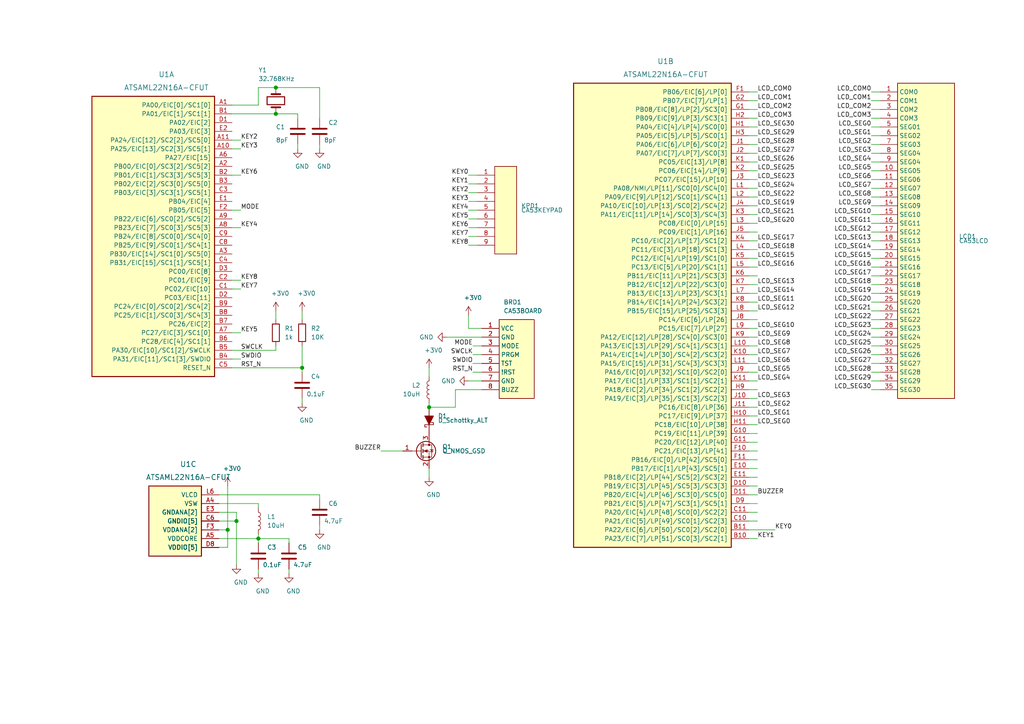
<source format=kicad_sch>
(kicad_sch (version 20201015) (generator eeschema)
  (paper "A4")
  (title_block (title "arm-watch") (date "2020-12-06") (rev "r1.0") (company "GsD - @gregdavill") (comment 1 "Based off: goodwatch"))
  (lib_symbols
    (symbol "Device:C" (pin_numbers hide) (pin_names (offset 0.254))
      (property "Reference" "C" (at 0.635 2.54 0))
      (property "Value" "C" (at 0.635 -2.54 0))
      (symbol "C_0_1"
        (polyline (pts (xy -2.032 -0.762) (xy 2.032 -0.762)) (stroke (width 0.508)))
        (polyline (pts (xy -2.032 0.762) (xy 2.032 0.762)) (stroke (width 0.508)))
      )
      (symbol "C_1_1"
        (pin passive line (at 0 3.81 270) (length 2.794) (name "~") (number "1"))
        (pin passive line (at 0 -3.81 90) (length 2.794) (name "~") (number "2"))
      )
    )
    (symbol "Device:Crystal" (pin_numbers hide) (pin_names (offset 1.016) hide)
      (property "Reference" "Y" (at 0 3.81 0))
      (property "Value" "Crystal" (at 0 -3.81 0))
      (symbol "Crystal_0_1"
        (rectangle (start -1.143 2.54) (end 1.143 -2.54) (stroke (width 0.3048)))
        (polyline (pts (xy -2.54 0) (xy -1.905 0)))
        (polyline (pts (xy -1.905 -1.27) (xy -1.905 1.27)) (stroke (width 0.508)))
        (polyline (pts (xy 1.905 -1.27) (xy 1.905 1.27)) (stroke (width 0.508)))
        (polyline (pts (xy 2.54 0) (xy 1.905 0)))
      )
      (symbol "Crystal_1_1"
        (pin passive line (at -3.81 0 0) (length 1.27) (name "1") (number "1"))
        (pin passive line (at 3.81 0 180) (length 1.27) (name "2") (number "2"))
      )
    )
    (symbol "Device:D_Schottky_ALT" (pin_numbers hide) (pin_names (offset 1.016) hide)
      (property "Reference" "D" (at 0 2.54 0))
      (property "Value" "D_Schottky_ALT" (at 0 -2.54 0))
      (symbol "D_Schottky_ALT_0_1"
        (polyline (pts (xy 1.27 0) (xy -1.27 0)))
        (polyline (pts (xy 1.27 1.27) (xy 1.27 -1.27) (xy -1.27 0) (xy 1.27 1.27)) (stroke (width 0.2032)) (fill (type outline)))
        (polyline (pts (xy -1.905 0.635) (xy -1.905 1.27) (xy -1.27 1.27) (xy -1.27 -1.27) (xy -0.635 -1.27) (xy -0.635 -0.635)) (stroke (width 0.2032)))
      )
      (symbol "D_Schottky_ALT_1_1"
        (pin passive line (at -3.81 0 0) (length 2.54) (name "K") (number "1"))
        (pin passive line (at 3.81 0 180) (length 2.54) (name "A") (number "2"))
      )
    )
    (symbol "Device:L" (pin_numbers hide) (pin_names (offset 1.016) hide)
      (property "Reference" "L" (at -1.27 0 90))
      (property "Value" "L" (at 1.905 0 90))
      (symbol "L_0_1"
        (arc (start 0 -2.54) (end 0 -1.27) (radius (at 0 -1.905) (length 0.635) (angles -89.9 89.9)))
        (arc (start 0 -1.27) (end 0 0) (radius (at 0 -0.635) (length 0.635) (angles -89.9 89.9)))
        (arc (start 0 0) (end 0 1.27) (radius (at 0 0.635) (length 0.635) (angles -89.9 89.9)))
        (arc (start 0 1.27) (end 0 2.54) (radius (at 0 1.905) (length 0.635) (angles -89.9 89.9)))
      )
      (symbol "L_1_1"
        (pin passive line (at 0 3.81 270) (length 1.27) (name "1") (number "1"))
        (pin passive line (at 0 -3.81 90) (length 1.27) (name "2") (number "2"))
      )
    )
    (symbol "Device:Q_NMOS_GSD" (pin_names (offset 0) hide)
      (property "Reference" "Q" (at 5.08 1.27 0))
      (property "Value" "Q_NMOS_GSD" (at 5.08 -1.27 0))
      (symbol "Q_NMOS_GSD_0_1"
        (circle (center 1.651 0) (radius 2.794) (stroke (width 0.254)))
        (circle (center 2.54 -1.778) (radius 0.254) (fill (type outline)))
        (circle (center 2.54 1.778) (radius 0.254) (fill (type outline)))
        (polyline (pts (xy 0.254 0) (xy -2.54 0)))
        (polyline (pts (xy 0.254 1.905) (xy 0.254 -1.905)) (stroke (width 0.254)))
        (polyline (pts (xy 0.762 -1.27) (xy 0.762 -2.286)) (stroke (width 0.254)))
        (polyline (pts (xy 0.762 0.508) (xy 0.762 -0.508)) (stroke (width 0.254)))
        (polyline (pts (xy 0.762 2.286) (xy 0.762 1.27)) (stroke (width 0.254)))
        (polyline (pts (xy 2.54 2.54) (xy 2.54 1.778)))
        (polyline (pts (xy 2.54 -2.54) (xy 2.54 0) (xy 0.762 0)))
        (polyline (pts (xy 0.762 -1.778) (xy 3.302 -1.778) (xy 3.302 1.778) (xy 0.762 1.778)))
        (polyline (pts (xy 1.016 0) (xy 2.032 0.381) (xy 2.032 -0.381) (xy 1.016 0)) (fill (type outline)))
        (polyline (pts (xy 2.794 0.508) (xy 2.921 0.381) (xy 3.683 0.381) (xy 3.81 0.254)))
        (polyline (pts (xy 3.302 0.381) (xy 2.921 -0.254) (xy 3.683 -0.254) (xy 3.302 0.381)))
      )
      (symbol "Q_NMOS_GSD_1_1"
        (pin input line (at -5.08 0 0) (length 2.54) (name "G") (number "1"))
        (pin passive line (at 2.54 -5.08 90) (length 2.54) (name "S") (number "2"))
        (pin passive line (at 2.54 5.08 270) (length 2.54) (name "D") (number "3"))
      )
    )
    (symbol "Device:R" (pin_numbers hide) (pin_names (offset 0))
      (property "Reference" "R" (at 2.032 0 90))
      (property "Value" "R" (at 0 0 90))
      (symbol "R_0_1"
        (rectangle (start -1.016 -2.54) (end 1.016 2.54) (stroke (width 0.254)))
      )
      (symbol "R_1_1"
        (pin passive line (at 0 3.81 270) (length 1.27) (name "~") (number "1"))
        (pin passive line (at 0 -3.81 90) (length 1.27) (name "~") (number "2"))
      )
    )
    (symbol "gsd-kicad:ATSAML22N16A-CFUT" (pin_names (offset 1.016))
      (property "Reference" "U" (at 5.08 6.35 0))
      (property "Value" "ATSAML22N16A-CFUT" (at 5.08 3.81 0))
      (symbol "ATSAML22N16A-CFUT_1_1"
        (rectangle (start 5.08 2.54) (end 40.64 -78.74) (stroke (width 0.3048)) (fill (type background)))
        (pin bidirectional line (at 0 0 0) (length 5.08) (name "PA00/EIC[0]/SC1[0]") (number "A1"))
        (pin bidirectional line (at 0 -2.54 0) (length 5.08) (name "PA01/EIC[1]/SC1[1]") (number "B1"))
        (pin bidirectional line (at 0 -5.08 0) (length 5.08) (name "PA02/EIC[2]") (number "D1"))
        (pin bidirectional line (at 0 -7.62 0) (length 5.08) (name "PA03/EIC[3]") (number "E2"))
        (pin bidirectional line (at 0 -10.16 0) (length 5.08) (name "PA24/EIC[12]/SC2[2]/SC5[0]") (number "A11"))
        (pin bidirectional line (at 0 -12.7 0) (length 5.08) (name "PA25/EIC[13]/SC2[3]/SC5[1]") (number "A10"))
        (pin bidirectional line (at 0 -15.24 0) (length 5.08) (name "PA27/EIC[15]") (number "A6"))
        (pin bidirectional line (at 0 -17.78 0) (length 5.08) (name "PB00/EIC[0]/SC3[2]/SC5[2]") (number "A2"))
        (pin bidirectional line (at 0 -20.32 0) (length 5.08) (name "PB01/EIC[1]/SC3[3]/SC5[3]") (number "B2"))
        (pin bidirectional line (at 0 -22.86 0) (length 5.08) (name "PB02/EIC[2]/SC3[0]/SC5[0]") (number "B3"))
        (pin bidirectional line (at 0 -25.4 0) (length 5.08) (name "PB03/EIC[3]/SC3[1]/SC5[1]") (number "C3"))
        (pin bidirectional line (at 0 -27.94 0) (length 5.08) (name "PB04/EIC[4]") (number "E1"))
        (pin bidirectional line (at 0 -30.48 0) (length 5.08) (name "PB05/EIC[5]") (number "F2"))
        (pin bidirectional line (at 0 -33.02 0) (length 5.08) (name "PB22/EIC[6]/SC0[2]/SC5[2]") (number "A9"))
        (pin bidirectional line (at 0 -35.56 0) (length 5.08) (name "PB23/EIC[7]/SC0[3]/SC5[3]") (number "A8"))
        (pin bidirectional line (at 0 -38.1 0) (length 5.08) (name "PB24/EIC[8]/SC0[0]/SC4[0]") (number "C9"))
        (pin bidirectional line (at 0 -40.64 0) (length 5.08) (name "PB25/EIC[9]/SC0[1]/SC4[1]") (number "C8"))
        (pin bidirectional line (at 0 -43.18 0) (length 5.08) (name "PB30/EIC[14]/SC1[0]/SC5[0]") (number "A3"))
        (pin bidirectional line (at 0 -45.72 0) (length 5.08) (name "PB31/EIC[15]/SC1[1]/SC5[1]") (number "C4"))
        (pin bidirectional line (at 0 -48.26 0) (length 5.08) (name "PC00/EIC[8]") (number "D3"))
        (pin bidirectional line (at 0 -50.8 0) (length 5.08) (name "PC01/EIC[9]") (number "C2"))
        (pin bidirectional line (at 0 -53.34 0) (length 5.08) (name "PC02/EIC[10]") (number "C1"))
        (pin bidirectional line (at 0 -55.88 0) (length 5.08) (name "PC03/EIC[11]") (number "D2"))
        (pin bidirectional line (at 0 -58.42 0) (length 5.08) (name "PC24/EIC[0]/SC0[2]/SC4[2]") (number "B9"))
        (pin bidirectional line (at 0 -60.96 0) (length 5.08) (name "PC25/EIC[1]/SC0[3]/SC4[3]") (number "B8"))
        (pin bidirectional line (at 0 -63.5 0) (length 5.08) (name "PC26/EIC[2]") (number "B7"))
        (pin bidirectional line (at 0 -66.04 0) (length 5.08) (name "PC27/EIC[3]/SC1[0]") (number "A7"))
        (pin bidirectional line (at 0 -68.58 0) (length 5.08) (name "PC28/EIC[4]/SC1[1]") (number "B6"))
        (pin bidirectional line (at 0 -71.12 0) (length 5.08) (name "PA30/EIC[10]/SC1[2]/SWCLK") (number "B5"))
        (pin bidirectional line (at 0 -73.66 0) (length 5.08) (name "PA31/EIC[11]/SC1[3]/SWDIO") (number "B4"))
        (pin bidirectional line (at 0 -76.2 0) (length 5.08) (name "RESET_N") (number "C5"))
      )
      (symbol "ATSAML22N16A-CFUT_2_1"
        (rectangle (start 5.08 2.54) (end 50.8 -132.08) (stroke (width 0.3048)) (fill (type background)))
        (pin bidirectional line (at 0 0 0) (length 5.08) (name "PB06/EIC[6]/LP[0]") (number "F1"))
        (pin bidirectional line (at 0 -2.54 0) (length 5.08) (name "PB07/EIC[7]/LP[1]") (number "G2"))
        (pin bidirectional line (at 0 -5.08 0) (length 5.08) (name "PB08/EIC[8]/LP[2]/SC3[0]") (number "G1"))
        (pin bidirectional line (at 0 -7.62 0) (length 5.08) (name "PB09/EIC[9]/LP[3]/SC3[1]") (number "H2"))
        (pin bidirectional line (at 0 -10.16 0) (length 5.08) (name "PA04/EIC[4]/LP[4]/SC0[0]") (number "H1"))
        (pin bidirectional line (at 0 -12.7 0) (length 5.08) (name "PA05/EIC[5]/LP[5]/SC0[1]") (number "H3"))
        (pin bidirectional line (at 0 -15.24 0) (length 5.08) (name "PA06/EIC[6]/LP[6]/SC0[2]") (number "J1"))
        (pin bidirectional line (at 0 -17.78 0) (length 5.08) (name "PA07/EIC[7]/LP[7]/SC0[3]") (number "J2"))
        (pin bidirectional line (at 0 -20.32 0) (length 5.08) (name "PC05/EIC[13]/LP[8]") (number "K1"))
        (pin bidirectional line (at 0 -22.86 0) (length 5.08) (name "PC06/EIC[14]/LP[9]") (number "K2"))
        (pin bidirectional line (at 0 -25.4 0) (length 5.08) (name "PC07/EIC[15]/LP[10]") (number "J3"))
        (pin bidirectional line (at 0 -27.94 0) (length 5.08) (name "PA08/NMI/LP[11]/SC0[0]/SC4[0]") (number "L1"))
        (pin bidirectional line (at 0 -30.48 0) (length 5.08) (name "PA09/EIC[9]/LP[12]/SC0[1]/SC4[1]") (number "L2"))
        (pin bidirectional line (at 0 -33.02 0) (length 5.08) (name "PA10/EIC[10]/LP[13]/SC0[2]/SC4[2]") (number "J4"))
        (pin bidirectional line (at 0 -35.56 0) (length 5.08) (name "PA11/EIC[11]/LP[14]/SC0[3]/SC4[3]") (number "K3"))
        (pin bidirectional line (at 0 -38.1 0) (length 5.08) (name "PC08/EIC[0]/LP[15]") (number "L3"))
        (pin bidirectional line (at 0 -40.64 0) (length 5.08) (name "PC09/EIC[1]/LP[16]") (number "J5"))
        (pin bidirectional line (at 0 -43.18 0) (length 5.08) (name "PC10/EIC[2]/LP[17]/SC1[2]") (number "K4"))
        (pin bidirectional line (at 0 -45.72 0) (length 5.08) (name "PC11/EIC[3]/LP[18]/SC1[3]") (number "L4"))
        (pin bidirectional line (at 0 -48.26 0) (length 5.08) (name "PC12/EIC[4]/LP[19]/SC1[0]") (number "K5"))
        (pin bidirectional line (at 0 -50.8 0) (length 5.08) (name "PC13/EIC[5]/LP[20]/SC1[1]") (number "L5"))
        (pin bidirectional line (at 0 -53.34 0) (length 5.08) (name "PB11/EIC[11]/LP[21]/SC3[3]") (number "K6"))
        (pin bidirectional line (at 0 -55.88 0) (length 5.08) (name "PB12/EIC[12]/LP[22]/SC3[0]") (number "K7"))
        (pin bidirectional line (at 0 -58.42 0) (length 5.08) (name "PB13/EIC[13]/LP[23]/SC3[1]") (number "L7"))
        (pin bidirectional line (at 0 -60.96 0) (length 5.08) (name "PB14/EIC[14]/LP[24]/SC3[2]") (number "K8"))
        (pin bidirectional line (at 0 -63.5 0) (length 5.08) (name "PB15/EIC[15]/LP[25]/SC3[3]") (number "L8"))
        (pin bidirectional line (at 0 -66.04 0) (length 5.08) (name "PC14/EIC[6]/LP[26]") (number "J8"))
        (pin bidirectional line (at 0 -68.58 0) (length 5.08) (name "PC15/EIC[7]/LP[27]") (number "L9"))
        (pin bidirectional line (at 0 -71.12 0) (length 5.08) (name "PA12/EIC[12]/LP[28]/SC4[0]/SC3[0]") (number "K9"))
        (pin bidirectional line (at 0 -73.66 0) (length 5.08) (name "PA13/EIC[13]/LP[29]/SC4[1]/SC3[1]") (number "L10"))
        (pin bidirectional line (at 0 -76.2 0) (length 5.08) (name "PA14/EIC[14]/LP[30]/SC4[2]/SC3[2]") (number "K10"))
        (pin bidirectional line (at 0 -78.74 0) (length 5.08) (name "PA15/EIC[15]/LP[31]/SC4[3]/SC3[3]") (number "L11"))
        (pin bidirectional line (at 0 -81.28 0) (length 5.08) (name "PA16/EIC[0]/LP[32]/SC1[0]/SC2[0]") (number "J9"))
        (pin bidirectional line (at 0 -83.82 0) (length 5.08) (name "PA17/EIC[1]/LP[33]/SC1[1]/SC2[1]") (number "K11"))
        (pin bidirectional line (at 0 -86.36 0) (length 5.08) (name "PA18/EIC[2]/LP[34]/SC1[2]/SC2[2]") (number "H9"))
        (pin bidirectional line (at 0 -88.9 0) (length 5.08) (name "PA19/EIC[3]/LP[35]/SC1[3]/SC2[3]") (number "J10"))
        (pin bidirectional line (at 0 -91.44 0) (length 5.08) (name "PC16/EIC[8]/LP[36]") (number "J11"))
        (pin bidirectional line (at 0 -93.98 0) (length 5.08) (name "PC17/EIC[9]/LP[37]") (number "H10"))
        (pin bidirectional line (at 0 -96.52 0) (length 5.08) (name "PC18/EIC[10]/LP[38]") (number "H11"))
        (pin bidirectional line (at 0 -99.06 0) (length 5.08) (name "PC19/EIC[11]/LP[39]") (number "G10"))
        (pin bidirectional line (at 0 -101.6 0) (length 5.08) (name "PC20/EIC[12]/LP[40]") (number "G11"))
        (pin bidirectional line (at 0 -104.14 0) (length 5.08) (name "PC21/EIC[13]/LP[41]") (number "F10"))
        (pin bidirectional line (at 0 -106.68 0) (length 5.08) (name "PB16/EIC[0]/LP[42]/SC5[0]") (number "F11"))
        (pin bidirectional line (at 0 -109.22 0) (length 5.08) (name "PB17/EIC[1]/LP[43]/SC5[1]") (number "E10"))
        (pin bidirectional line (at 0 -111.76 0) (length 5.08) (name "PB18/EIC[2]/LP[44]/SC5[2]/SC3[2]") (number "E11"))
        (pin bidirectional line (at 0 -114.3 0) (length 5.08) (name "PB19/EIC[3]/LP[45]/SC5[3]/SC3[3]") (number "D10"))
        (pin bidirectional line (at 0 -116.84 0) (length 5.08) (name "PB20/EIC[4]/LP[46]/SC3[0]/SC5[0]") (number "D11"))
        (pin bidirectional line (at 0 -119.38 0) (length 5.08) (name "PB21/EIC[5]/LP[47]/SC3[1]/SC5[1]") (number "D9"))
        (pin bidirectional line (at 0 -121.92 0) (length 5.08) (name "PA20/EIC[4]/LP[48]/SC0[0]/SC2[2]") (number "C11"))
        (pin bidirectional line (at 0 -124.46 0) (length 5.08) (name "PA21/EIC[5]/LP[49]/SC0[1]/SC2[3]") (number "C10"))
        (pin bidirectional line (at 0 -127 0) (length 5.08) (name "PA22/EIC[6]/LP[50]/SC0[2]/SC2[0]") (number "B11"))
        (pin bidirectional line (at 0 -129.54 0) (length 5.08) (name "PA23/EIC[7]/LP[51]/SC0[3]/SC2[1]") (number "B10"))
      )
      (symbol "ATSAML22N16A-CFUT_3_1"
        (rectangle (start 5.08 2.54) (end 20.32 -17.78) (stroke (width 0.3048)) (fill (type background)))
        (pin power_in line (at 0 0 0) (length 5.08) (name "VLCD") (number "L6"))
        (pin power_in line (at 0 -2.54 0) (length 5.08) (name "VSW") (number "A4"))
        (pin power_in line (at 0 -5.08 0) (length 5.08) (name "GNDANA[2]") (number "E3"))
        (pin power_in line (at 0 -5.08 0) (length 5.08) (name "GNDANA[2]") (number "H4"))
        (pin power_in line (at 0 -7.62 0) (length 5.08) (name "GNDIO[5]") (number "C6"))
        (pin power_in line (at 0 -7.62 0) (length 5.08) (name "GNDIO[5]") (number "H4"))
        (pin power_in line (at 0 -7.62 0) (length 5.08) (name "GNDIO[5]") (number "J7"))
        (pin power_in line (at 0 -7.62 0) (length 5.08) (name "GNDIO[5]") (number "G9"))
        (pin power_in line (at 0 -7.62 0) (length 5.08) (name "GNDIO[5]") (number "E9"))
        (pin power_in line (at 0 -10.16 0) (length 5.08) (name "VDDANA[2]") (number "F3"))
        (pin power_in line (at 0 -10.16 0) (length 5.08) (name "VDDANA[2]") (number "G3"))
        (pin power_in line (at 0 -12.7 0) (length 5.08) (name "VDDCORE") (number "A5"))
        (pin power_in line (at 0 -15.24 0) (length 5.08) (name "VDDIO[5]") (number "D8"))
        (pin power_in line (at 0 -15.24 0) (length 5.08) (name "VDDIO[5]") (number "D4"))
        (pin power_in line (at 0 -15.24 0) (length 5.08) (name "VDDIO[5]") (number "J6"))
        (pin power_in line (at 0 -15.24 0) (length 5.08) (name "VDDIO[5]") (number "H8"))
        (pin power_in line (at 0 -15.24 0) (length 5.08) (name "VDDIO[5]") (number "F9"))
      )
    )
    (symbol "gsd-kicad:CA53BOARD"
      (property "Reference" "BRD" (at 6.35 6.35 0))
      (property "Value" "CA53BOARD" (at 10.16 3.81 0))
      (symbol "CA53BOARD_0_1"
        (rectangle (start 5.08 2.54) (end 15.24 -20.32) (stroke (width 0.22)) (fill (type background)))
      )
      (symbol "CA53BOARD_1_1"
        (pin power_out line (at 0 0 0) (length 5.08) (name "VCC") (number "1"))
        (pin power_out line (at 0 -2.54 0) (length 5.08) (name "GND") (number "2"))
        (pin output line (at 0 -5.08 0) (length 5.08) (name "MODE") (number "3"))
        (pin output line (at 0 -7.62 0) (length 5.08) (name "PRGM") (number "4"))
        (pin input line (at 0 -10.16 0) (length 5.08) (name "TST") (number "5"))
        (pin input line (at 0 -12.7 0) (length 5.08) (name "!RST") (number "6"))
        (pin input line (at 0 -15.24 0) (length 5.08) (name "GND") (number "7"))
        (pin input line (at 0 -17.78 0) (length 5.08) (name "BUZZ") (number "8"))
      )
    )
    (symbol "gsd-kicad:CA53KEYPAD"
      (property "Reference" "KPD" (at 7.62 6.35 0))
      (property "Value" "CA53KEYPAD" (at 11.43 3.81 0))
      (symbol "CA53KEYPAD_0_1"
        (rectangle (start 5.08 2.54) (end 11.43 -22.86) (stroke (width 0.2)) (fill (type background)))
      )
      (symbol "CA53KEYPAD_1_1"
        (pin input line (at 0 0 0) (length 5.08) (name "~") (number "1"))
        (pin input line (at 0 -2.54 0) (length 5.08) (name "~") (number "2"))
        (pin input line (at 0 -5.08 0) (length 5.08) (name "~") (number "3"))
        (pin input line (at 0 -7.62 0) (length 5.08) (name "~") (number "4"))
        (pin input line (at 0 -10.16 0) (length 5.08) (name "~") (number "5"))
        (pin input line (at 0 -12.7 0) (length 5.08) (name "~") (number "6"))
        (pin input line (at 0 -15.24 0) (length 5.08) (name "~") (number "7"))
        (pin input line (at 0 -17.78 0) (length 5.08) (name "~") (number "8"))
        (pin input line (at 0 -20.32 0) (length 5.08) (name "~") (number "9"))
      )
    )
    (symbol "gsd-kicad:CA53LCD"
      (property "Reference" "LCD" (at 7.62 6.35 0))
      (property "Value" "CA53LCD" (at 10.16 3.81 0))
      (symbol "CA53LCD_0_1"
        (rectangle (start 5.08 2.54) (end 21.59 -88.9) (stroke (width 0.22)) (fill (type background)))
      )
      (symbol "CA53LCD_1_1"
        (pin input line (at 0 0 0) (length 5.08) (name "COM0") (number "1"))
        (pin input line (at 0 -22.86 0) (length 5.08) (name "SEG05") (number "10"))
        (pin input line (at 0 -25.4 0) (length 5.08) (name "SEG06") (number "11"))
        (pin input line (at 0 -27.94 0) (length 5.08) (name "SEG07") (number "12"))
        (pin input line (at 0 -30.48 0) (length 5.08) (name "SEG08") (number "13"))
        (pin input line (at 0 -33.02 0) (length 5.08) (name "SEG09") (number "14"))
        (pin input line (at 0 -35.56 0) (length 5.08) (name "SEG10") (number "15"))
        (pin input line (at 0 -38.1 0) (length 5.08) (name "SEG11") (number "16"))
        (pin input line (at 0 -40.64 0) (length 5.08) (name "SEG12") (number "17"))
        (pin input line (at 0 -43.18 0) (length 5.08) (name "SEG13") (number "18"))
        (pin input line (at 0 -45.72 0) (length 5.08) (name "SEG14") (number "19"))
        (pin input line (at 0 -2.54 0) (length 5.08) (name "COM1") (number "2"))
        (pin input line (at 0 -48.26 0) (length 5.08) (name "SEG15") (number "20"))
        (pin input line (at 0 -50.8 0) (length 5.08) (name "SEG16") (number "21"))
        (pin input line (at 0 -53.34 0) (length 5.08) (name "SEG17") (number "22"))
        (pin input line (at 0 -55.88 0) (length 5.08) (name "SEG18") (number "23"))
        (pin input line (at 0 -58.42 0) (length 5.08) (name "SEG19") (number "24"))
        (pin input line (at 0 -60.96 0) (length 5.08) (name "SEG20") (number "25"))
        (pin input line (at 0 -63.5 0) (length 5.08) (name "SEG21") (number "26"))
        (pin input line (at 0 -66.04 0) (length 5.08) (name "SEG22") (number "27"))
        (pin input line (at 0 -68.58 0) (length 5.08) (name "SEG23") (number "28"))
        (pin input line (at 0 -71.12 0) (length 5.08) (name "SEG24") (number "29"))
        (pin input line (at 0 -5.08 0) (length 5.08) (name "COM2") (number "3"))
        (pin input line (at 0 -73.66 0) (length 5.08) (name "SEG25") (number "30"))
        (pin input line (at 0 -76.2 0) (length 5.08) (name "SEG26") (number "31"))
        (pin input line (at 0 -78.74 0) (length 5.08) (name "SEG27") (number "32"))
        (pin input line (at 0 -81.28 0) (length 5.08) (name "SEG28") (number "33"))
        (pin input line (at 0 -83.82 0) (length 5.08) (name "SEG29") (number "34"))
        (pin input line (at 0 -86.36 0) (length 5.08) (name "SEG30") (number "35"))
        (pin input line (at 0 -7.62 0) (length 5.08) (name "COM3") (number "4"))
        (pin input line (at 0 -10.16 0) (length 5.08) (name "SEG01") (number "5"))
        (pin input line (at 0 -12.7 0) (length 5.08) (name "SEG02") (number "6"))
        (pin input line (at 0 -15.24 0) (length 5.08) (name "SEG03") (number "7"))
        (pin input line (at 0 -17.78 0) (length 5.08) (name "SEG04") (number "8"))
        (pin input line (at 0 -20.32 0) (length 5.08) (name "SEG04") (number "9"))
      )
    )
    (symbol "power:+3V0" (power) (pin_names (offset 0))
      (property "Value" "+3V0" (at 0 3.556 0))
      (symbol "+3V0_0_1"
        (polyline (pts (xy -0.762 1.27) (xy 0 2.54)))
        (polyline (pts (xy 0 0) (xy 0 2.54)))
        (polyline (pts (xy 0 2.54) (xy 0.762 1.27)))
      )
      (symbol "+3V0_1_1"
        (pin power_in line (at 0 0 90) (length 0) hide (name "+3V0") (number "1"))
      )
    )
    (symbol "power:GND" (power) (pin_names (offset 0))
      (property "Value" "GND" (at 0 -3.81 0))
      (symbol "GND_0_1"
        (polyline (pts (xy 0 0) (xy 0 -1.27) (xy 1.27 -1.27) (xy 0 -2.54) (xy -1.27 -1.27) (xy 0 -1.27)))
      )
      (symbol "GND_1_1"
        (pin power_in line (at 0 0 270) (length 0) hide (name "GND") (number "1"))
      )
    )
  )
  (junction (at 66.04 153.67) (diameter 1.016))
  (junction (at 68.58 151.13) (diameter 1.016))
  (junction (at 74.93 156.21) (diameter 1.016))
  (junction (at 80.01 25.4) (diameter 1.016))
  (junction (at 80.01 33.02) (diameter 1.016))
  (junction (at 87.63 106.68) (diameter 1.016))
  (junction (at 124.46 118.11) (diameter 1.016))
  (wire (pts (xy 63.5 143.51) (xy 92.71 143.51)))
  (wire (pts (xy 63.5 146.05) (xy 74.93 146.05)))
  (wire (pts (xy 63.5 148.59) (xy 68.58 148.59)))
  (wire (pts (xy 63.5 151.13) (xy 68.58 151.13)))
  (wire (pts (xy 63.5 153.67) (xy 66.04 153.67)))
  (wire (pts (xy 63.5 156.21) (xy 74.93 156.21)))
  (wire (pts (xy 63.5 158.75) (xy 66.04 158.75)))
  (wire (pts (xy 66.04 153.67) (xy 66.04 140.97)))
  (wire (pts (xy 66.04 158.75) (xy 66.04 153.67)))
  (wire (pts (xy 67.31 30.48) (xy 74.93 30.48)))
  (wire (pts (xy 67.31 33.02) (xy 80.01 33.02)))
  (wire (pts (xy 67.31 101.6) (xy 80.01 101.6)))
  (wire (pts (xy 67.31 106.68) (xy 87.63 106.68)))
  (wire (pts (xy 68.58 148.59) (xy 68.58 151.13)))
  (wire (pts (xy 68.58 151.13) (xy 68.58 163.83)))
  (wire (pts (xy 69.85 40.64) (xy 67.31 40.64)))
  (wire (pts (xy 69.85 43.18) (xy 67.31 43.18)))
  (wire (pts (xy 69.85 50.8) (xy 67.31 50.8)))
  (wire (pts (xy 69.85 60.96) (xy 67.31 60.96)))
  (wire (pts (xy 69.85 66.04) (xy 67.31 66.04)))
  (wire (pts (xy 69.85 81.28) (xy 67.31 81.28)))
  (wire (pts (xy 69.85 83.82) (xy 67.31 83.82)))
  (wire (pts (xy 69.85 96.52) (xy 67.31 96.52)))
  (wire (pts (xy 69.85 104.14) (xy 67.31 104.14)))
  (wire (pts (xy 74.93 25.4) (xy 80.01 25.4)))
  (wire (pts (xy 74.93 30.48) (xy 74.93 25.4)))
  (wire (pts (xy 74.93 146.05) (xy 74.93 147.32)))
  (wire (pts (xy 74.93 154.94) (xy 74.93 156.21)))
  (wire (pts (xy 74.93 156.21) (xy 74.93 157.48)))
  (wire (pts (xy 74.93 165.1) (xy 74.93 166.37)))
  (wire (pts (xy 80.01 90.17) (xy 80.01 92.71)))
  (wire (pts (xy 80.01 101.6) (xy 80.01 100.33)))
  (wire (pts (xy 83.82 156.21) (xy 74.93 156.21)))
  (wire (pts (xy 83.82 157.48) (xy 83.82 156.21)))
  (wire (pts (xy 83.82 165.1) (xy 83.82 166.37)))
  (wire (pts (xy 86.36 33.02) (xy 80.01 33.02)))
  (wire (pts (xy 86.36 34.29) (xy 86.36 33.02)))
  (wire (pts (xy 86.36 41.91) (xy 86.36 43.18)))
  (wire (pts (xy 87.63 90.17) (xy 87.63 92.71)))
  (wire (pts (xy 87.63 106.68) (xy 87.63 100.33)))
  (wire (pts (xy 87.63 106.68) (xy 87.63 107.95)))
  (wire (pts (xy 87.63 115.57) (xy 87.63 116.84)))
  (wire (pts (xy 92.71 25.4) (xy 80.01 25.4)))
  (wire (pts (xy 92.71 34.29) (xy 92.71 25.4)))
  (wire (pts (xy 92.71 41.91) (xy 92.71 43.18)))
  (wire (pts (xy 92.71 144.78) (xy 92.71 143.51)))
  (wire (pts (xy 92.71 152.4) (xy 92.71 153.67)))
  (wire (pts (xy 110.49 130.81) (xy 116.84 130.81)))
  (wire (pts (xy 124.46 106.68) (xy 124.46 109.22)))
  (wire (pts (xy 124.46 118.11) (xy 124.46 116.84)))
  (wire (pts (xy 124.46 135.89) (xy 124.46 138.43)))
  (wire (pts (xy 129.54 97.79) (xy 139.7 97.79)))
  (wire (pts (xy 132.08 113.03) (xy 132.08 118.11)))
  (wire (pts (xy 132.08 118.11) (xy 124.46 118.11)))
  (wire (pts (xy 135.89 53.34) (xy 138.43 53.34)))
  (wire (pts (xy 135.89 55.88) (xy 138.43 55.88)))
  (wire (pts (xy 135.89 58.42) (xy 138.43 58.42)))
  (wire (pts (xy 135.89 60.96) (xy 138.43 60.96)))
  (wire (pts (xy 135.89 63.5) (xy 138.43 63.5)))
  (wire (pts (xy 135.89 66.04) (xy 138.43 66.04)))
  (wire (pts (xy 135.89 68.58) (xy 138.43 68.58)))
  (wire (pts (xy 135.89 71.12) (xy 138.43 71.12)))
  (wire (pts (xy 135.89 91.44) (xy 135.89 95.25)))
  (wire (pts (xy 135.89 110.49) (xy 139.7 110.49)))
  (wire (pts (xy 137.16 100.33) (xy 139.7 100.33)))
  (wire (pts (xy 137.16 102.87) (xy 139.7 102.87)))
  (wire (pts (xy 137.16 105.41) (xy 139.7 105.41)))
  (wire (pts (xy 137.16 107.95) (xy 139.7 107.95)))
  (wire (pts (xy 138.43 50.8) (xy 135.89 50.8)))
  (wire (pts (xy 139.7 95.25) (xy 135.89 95.25)))
  (wire (pts (xy 139.7 113.03) (xy 132.08 113.03)))
  (wire (pts (xy 217.17 26.67) (xy 219.71 26.67)))
  (wire (pts (xy 217.17 29.21) (xy 219.71 29.21)))
  (wire (pts (xy 217.17 31.75) (xy 219.71 31.75)))
  (wire (pts (xy 217.17 34.29) (xy 219.71 34.29)))
  (wire (pts (xy 217.17 36.83) (xy 219.71 36.83)))
  (wire (pts (xy 217.17 39.37) (xy 219.71 39.37)))
  (wire (pts (xy 217.17 41.91) (xy 219.71 41.91)))
  (wire (pts (xy 217.17 44.45) (xy 219.71 44.45)))
  (wire (pts (xy 217.17 46.99) (xy 219.71 46.99)))
  (wire (pts (xy 217.17 49.53) (xy 219.71 49.53)))
  (wire (pts (xy 217.17 52.07) (xy 219.71 52.07)))
  (wire (pts (xy 217.17 54.61) (xy 219.71 54.61)))
  (wire (pts (xy 217.17 57.15) (xy 219.71 57.15)))
  (wire (pts (xy 217.17 59.69) (xy 219.71 59.69)))
  (wire (pts (xy 217.17 62.23) (xy 219.71 62.23)))
  (wire (pts (xy 217.17 64.77) (xy 219.71 64.77)))
  (wire (pts (xy 217.17 67.31) (xy 219.71 67.31)))
  (wire (pts (xy 217.17 69.85) (xy 219.71 69.85)))
  (wire (pts (xy 217.17 72.39) (xy 219.71 72.39)))
  (wire (pts (xy 217.17 74.93) (xy 219.71 74.93)))
  (wire (pts (xy 217.17 77.47) (xy 219.71 77.47)))
  (wire (pts (xy 217.17 80.01) (xy 219.71 80.01)))
  (wire (pts (xy 217.17 82.55) (xy 219.71 82.55)))
  (wire (pts (xy 217.17 85.09) (xy 219.71 85.09)))
  (wire (pts (xy 217.17 87.63) (xy 219.71 87.63)))
  (wire (pts (xy 217.17 90.17) (xy 219.71 90.17)))
  (wire (pts (xy 217.17 92.71) (xy 219.71 92.71)))
  (wire (pts (xy 217.17 95.25) (xy 219.71 95.25)))
  (wire (pts (xy 217.17 97.79) (xy 219.71 97.79)))
  (wire (pts (xy 217.17 100.33) (xy 219.71 100.33)))
  (wire (pts (xy 217.17 102.87) (xy 219.71 102.87)))
  (wire (pts (xy 217.17 105.41) (xy 219.71 105.41)))
  (wire (pts (xy 217.17 107.95) (xy 219.71 107.95)))
  (wire (pts (xy 217.17 110.49) (xy 219.71 110.49)))
  (wire (pts (xy 217.17 113.03) (xy 219.71 113.03)))
  (wire (pts (xy 217.17 115.57) (xy 219.71 115.57)))
  (wire (pts (xy 217.17 118.11) (xy 219.71 118.11)))
  (wire (pts (xy 217.17 120.65) (xy 219.71 120.65)))
  (wire (pts (xy 217.17 123.19) (xy 219.71 123.19)))
  (wire (pts (xy 217.17 125.73) (xy 219.71 125.73)))
  (wire (pts (xy 217.17 128.27) (xy 219.71 128.27)))
  (wire (pts (xy 217.17 130.81) (xy 219.71 130.81)))
  (wire (pts (xy 217.17 133.35) (xy 219.71 133.35)))
  (wire (pts (xy 217.17 135.89) (xy 219.71 135.89)))
  (wire (pts (xy 217.17 138.43) (xy 219.71 138.43)))
  (wire (pts (xy 217.17 140.97) (xy 219.71 140.97)))
  (wire (pts (xy 217.17 143.51) (xy 219.71 143.51)))
  (wire (pts (xy 217.17 146.05) (xy 219.71 146.05)))
  (wire (pts (xy 217.17 148.59) (xy 219.71 148.59)))
  (wire (pts (xy 217.17 151.13) (xy 219.71 151.13)))
  (wire (pts (xy 217.17 153.67) (xy 224.79 153.67)))
  (wire (pts (xy 219.71 156.21) (xy 217.17 156.21)))
  (wire (pts (xy 255.27 26.67) (xy 252.73 26.67)))
  (wire (pts (xy 255.27 29.21) (xy 252.73 29.21)))
  (wire (pts (xy 255.27 31.75) (xy 252.73 31.75)))
  (wire (pts (xy 255.27 34.29) (xy 252.73 34.29)))
  (wire (pts (xy 255.27 36.83) (xy 252.73 36.83)))
  (wire (pts (xy 255.27 39.37) (xy 252.73 39.37)))
  (wire (pts (xy 255.27 41.91) (xy 252.73 41.91)))
  (wire (pts (xy 255.27 44.45) (xy 252.73 44.45)))
  (wire (pts (xy 255.27 46.99) (xy 252.73 46.99)))
  (wire (pts (xy 255.27 49.53) (xy 252.73 49.53)))
  (wire (pts (xy 255.27 52.07) (xy 252.73 52.07)))
  (wire (pts (xy 255.27 54.61) (xy 252.73 54.61)))
  (wire (pts (xy 255.27 57.15) (xy 252.73 57.15)))
  (wire (pts (xy 255.27 59.69) (xy 252.73 59.69)))
  (wire (pts (xy 255.27 62.23) (xy 252.73 62.23)))
  (wire (pts (xy 255.27 64.77) (xy 252.73 64.77)))
  (wire (pts (xy 255.27 67.31) (xy 252.73 67.31)))
  (wire (pts (xy 255.27 69.85) (xy 252.73 69.85)))
  (wire (pts (xy 255.27 72.39) (xy 252.73 72.39)))
  (wire (pts (xy 255.27 74.93) (xy 252.73 74.93)))
  (wire (pts (xy 255.27 77.47) (xy 252.73 77.47)))
  (wire (pts (xy 255.27 80.01) (xy 252.73 80.01)))
  (wire (pts (xy 255.27 82.55) (xy 252.73 82.55)))
  (wire (pts (xy 255.27 85.09) (xy 252.73 85.09)))
  (wire (pts (xy 255.27 87.63) (xy 252.73 87.63)))
  (wire (pts (xy 255.27 90.17) (xy 252.73 90.17)))
  (wire (pts (xy 255.27 92.71) (xy 252.73 92.71)))
  (wire (pts (xy 255.27 95.25) (xy 252.73 95.25)))
  (wire (pts (xy 255.27 97.79) (xy 252.73 97.79)))
  (wire (pts (xy 255.27 100.33) (xy 252.73 100.33)))
  (wire (pts (xy 255.27 102.87) (xy 252.73 102.87)))
  (wire (pts (xy 255.27 105.41) (xy 252.73 105.41)))
  (wire (pts (xy 255.27 107.95) (xy 252.73 107.95)))
  (wire (pts (xy 255.27 110.49) (xy 252.73 110.49)))
  (wire (pts (xy 255.27 113.03) (xy 252.73 113.03)))
  (label "KEY2" (at 69.85 40.64 0))
  (label "KEY3" (at 69.85 43.18 0))
  (label "KEY6" (at 69.85 50.8 0))
  (label "MODE" (at 69.85 60.96 0))
  (label "KEY4" (at 69.85 66.04 0))
  (label "KEY8" (at 69.85 81.28 0))
  (label "KEY7" (at 69.85 83.82 0))
  (label "KEY5" (at 69.85 96.52 0))
  (label "SWCLK" (at 69.85 101.6 0))
  (label "SWDIO" (at 69.85 104.14 0))
  (label "RST_N" (at 69.85 106.68 0))
  (label "BUZZER" (at 110.49 130.81 180))
  (label "KEY0" (at 135.89 50.8 180))
  (label "KEY1" (at 135.89 53.34 180))
  (label "KEY2" (at 135.89 55.88 180))
  (label "KEY3" (at 135.89 58.42 180))
  (label "KEY4" (at 135.89 60.96 180))
  (label "KEY5" (at 135.89 63.5 180))
  (label "KEY6" (at 135.89 66.04 180))
  (label "KEY7" (at 135.89 68.58 180))
  (label "KEY8" (at 135.89 71.12 180))
  (label "MODE" (at 137.16 100.33 180))
  (label "SWCLK" (at 137.16 102.87 180))
  (label "SWDIO" (at 137.16 105.41 180))
  (label "RST_N" (at 137.16 107.95 180))
  (label "LCD_COM0" (at 219.71 26.67 0))
  (label "LCD_COM1" (at 219.71 29.21 0))
  (label "LCD_COM2" (at 219.71 31.75 0))
  (label "LCD_COM3" (at 219.71 34.29 0))
  (label "LCD_SEG30" (at 219.71 36.83 0))
  (label "LCD_SEG29" (at 219.71 39.37 0))
  (label "LCD_SEG28" (at 219.71 41.91 0))
  (label "LCD_SEG27" (at 219.71 44.45 0))
  (label "LCD_SEG26" (at 219.71 46.99 0))
  (label "LCD_SEG25" (at 219.71 49.53 0))
  (label "LCD_SEG23" (at 219.71 52.07 0))
  (label "LCD_SEG24" (at 219.71 54.61 0))
  (label "LCD_SEG22" (at 219.71 57.15 0))
  (label "LCD_SEG19" (at 219.71 59.69 0))
  (label "LCD_SEG21" (at 219.71 62.23 0))
  (label "LCD_SEG20" (at 219.71 64.77 0))
  (label "LCD_SEG17" (at 219.71 69.85 0))
  (label "LCD_SEG18" (at 219.71 72.39 0))
  (label "LCD_SEG15" (at 219.71 74.93 0))
  (label "LCD_SEG16" (at 219.71 77.47 0))
  (label "LCD_SEG13" (at 219.71 82.55 0))
  (label "LCD_SEG14" (at 219.71 85.09 0))
  (label "LCD_SEG11" (at 219.71 87.63 0))
  (label "LCD_SEG12" (at 219.71 90.17 0))
  (label "LCD_SEG10" (at 219.71 95.25 0))
  (label "LCD_SEG9" (at 219.71 97.79 0))
  (label "LCD_SEG8" (at 219.71 100.33 0))
  (label "LCD_SEG7" (at 219.71 102.87 0))
  (label "LCD_SEG6" (at 219.71 105.41 0))
  (label "LCD_SEG5" (at 219.71 107.95 0))
  (label "LCD_SEG4" (at 219.71 110.49 0))
  (label "LCD_SEG3" (at 219.71 115.57 0))
  (label "LCD_SEG2" (at 219.71 118.11 0))
  (label "LCD_SEG1" (at 219.71 120.65 0))
  (label "LCD_SEG0" (at 219.71 123.19 0))
  (label "BUZZER" (at 219.71 143.51 0))
  (label "KEY1" (at 219.71 156.21 0))
  (label "KEY0" (at 224.79 153.67 0))
  (label "LCD_COM0" (at 252.73 26.67 180))
  (label "LCD_COM1" (at 252.73 29.21 180))
  (label "LCD_COM2" (at 252.73 31.75 180))
  (label "LCD_COM3" (at 252.73 34.29 180))
  (label "LCD_SEG0" (at 252.73 36.83 180))
  (label "LCD_SEG1" (at 252.73 39.37 180))
  (label "LCD_SEG2" (at 252.73 41.91 180))
  (label "LCD_SEG3" (at 252.73 44.45 180))
  (label "LCD_SEG4" (at 252.73 46.99 180))
  (label "LCD_SEG5" (at 252.73 49.53 180))
  (label "LCD_SEG6" (at 252.73 52.07 180))
  (label "LCD_SEG7" (at 252.73 54.61 180))
  (label "LCD_SEG8" (at 252.73 57.15 180))
  (label "LCD_SEG9" (at 252.73 59.69 180))
  (label "LCD_SEG10" (at 252.73 62.23 180))
  (label "LCD_SEG11" (at 252.73 64.77 180))
  (label "LCD_SEG12" (at 252.73 67.31 180))
  (label "LCD_SEG13" (at 252.73 69.85 180))
  (label "LCD_SEG14" (at 252.73 72.39 180))
  (label "LCD_SEG15" (at 252.73 74.93 180))
  (label "LCD_SEG16" (at 252.73 77.47 180))
  (label "LCD_SEG17" (at 252.73 80.01 180))
  (label "LCD_SEG18" (at 252.73 82.55 180))
  (label "LCD_SEG19" (at 252.73 85.09 180))
  (label "LCD_SEG20" (at 252.73 87.63 180))
  (label "LCD_SEG21" (at 252.73 90.17 180))
  (label "LCD_SEG22" (at 252.73 92.71 180))
  (label "LCD_SEG23" (at 252.73 95.25 180))
  (label "LCD_SEG24" (at 252.73 97.79 180))
  (label "LCD_SEG25" (at 252.73 100.33 180))
  (label "LCD_SEG26" (at 252.73 102.87 180))
  (label "LCD_SEG27" (at 252.73 105.41 180))
  (label "LCD_SEG28" (at 252.73 107.95 180))
  (label "LCD_SEG29" (at 252.73 110.49 180))
  (label "LCD_SEG30" (at 252.73 113.03 180))
  (symbol (lib_id "power:+3V0") (at 66.04 140.97 0) (unit 1)
    (property "Reference" "#PWR0109" (effects hide))
    (property "Value" "+3V0" (at 67.31 135.89 0))
  )
  (symbol (lib_id "power:+3V0") (at 80.01 90.17 0) (unit 1)
    (property "Reference" "#PWR0106" (effects hide))
    (property "Value" "+3V0" (at 81.28 85.09 0))
  )
  (symbol (lib_id "power:+3V0") (at 87.63 90.17 0) (unit 1)
    (property "Reference" "#PWR0107" (effects hide))
    (property "Value" "+3V0" (at 88.9 85.09 0))
  )
  (symbol (lib_id "power:+3V0") (at 124.46 106.68 0) (unit 1)
    (property "Reference" "#PWR0114" (effects hide))
    (property "Value" "+3V0" (at 125.73 101.6 0))
  )
  (symbol (lib_id "power:+3V0") (at 135.89 91.44 0) (unit 1)
    (property "Reference" "#PWR0104" (effects hide))
    (property "Value" "+3V0" (at 137.16 86.36 0))
  )
  (symbol (lib_id "Device:L") (at 74.93 151.13 0) (unit 1)
    (property "Reference" "L1" (at 77.47 149.86 0) (effects (justify left)))
    (property "Value" "10uH" (at 77.47 152.4 0) (effects (justify left)))
    (property "Footprint" "Inductor_SMD:L_0603_1608Metric" (effects hide))
  )
  (symbol (lib_id "Device:L") (at 124.46 113.03 0) (mirror y) (unit 1)
    (property "Reference" "L2" (at 121.92 111.76 0) (effects (justify left)))
    (property "Value" "10uH" (at 121.92 114.3 0) (effects (justify left)))
    (property "Footprint" "Inductor_SMD:L_0805_2012Metric" (effects hide))
  )
  (symbol (lib_id "power:GND") (at 68.58 163.83 0) (unit 1)
    (property "Reference" "#PWR0110" (effects hide))
    (property "Value" "GND" (at 69.85 168.91 0))
  )
  (symbol (lib_id "power:GND") (at 74.93 166.37 0) (unit 1)
    (property "Reference" "#PWR0111" (effects hide))
    (property "Value" "GND" (at 76.2 171.45 0))
  )
  (symbol (lib_id "power:GND") (at 83.82 166.37 0) (unit 1)
    (property "Reference" "#PWR0112" (effects hide))
    (property "Value" "GND" (at 85.09 171.45 0))
  )
  (symbol (lib_id "power:GND") (at 86.36 43.18 0) (unit 1)
    (property "Reference" "#PWR0102" (effects hide))
    (property "Value" "GND" (at 87.63 48.26 0))
  )
  (symbol (lib_id "power:GND") (at 87.63 116.84 0) (unit 1)
    (property "Reference" "#PWR0108" (effects hide))
    (property "Value" "GND" (at 88.9 121.92 0))
  )
  (symbol (lib_id "power:GND") (at 92.71 43.18 0) (unit 1)
    (property "Reference" "#PWR0101" (effects hide))
    (property "Value" "GND" (at 93.98 48.26 0))
  )
  (symbol (lib_id "power:GND") (at 92.71 153.67 0) (unit 1)
    (property "Reference" "#PWR0113" (effects hide))
    (property "Value" "GND" (at 93.98 158.75 0))
  )
  (symbol (lib_id "power:GND") (at 124.46 138.43 0) (unit 1)
    (property "Reference" "#PWR0115" (effects hide))
    (property "Value" "GND" (at 125.73 143.51 0))
  )
  (symbol (lib_id "power:GND") (at 129.54 97.79 270) (unit 1)
    (property "Reference" "#PWR0103" (effects hide))
    (property "Value" "GND" (at 125.73 97.79 90) (effects (justify right)))
  )
  (symbol (lib_id "power:GND") (at 135.89 110.49 270) (unit 1)
    (property "Reference" "#PWR0105" (effects hide))
    (property "Value" "GND" (at 132.08 110.49 90) (effects (justify right)))
  )
  (symbol (lib_id "Device:R") (at 80.01 96.52 0) (unit 1)
    (property "Reference" "R1" (at 82.55 95.25 0) (effects (justify left)))
    (property "Value" "1k" (at 82.55 97.79 0) (effects (justify left)))
    (property "Footprint" "gsd-footprints:R_0201_0603Metric" (effects hide))
  )
  (symbol (lib_id "Device:R") (at 87.63 96.52 0) (unit 1)
    (property "Reference" "R2" (at 90.17 95.25 0) (effects (justify left)))
    (property "Value" "10K" (at 90.17 97.79 0) (effects (justify left)))
    (property "Footprint" "gsd-footprints:R_0201_0603Metric" (effects hide))
  )
  (symbol (lib_id "Device:D_Schottky_ALT") (at 124.46 121.92 90) (unit 1)
    (property "Reference" "D1" (at 127 120.65 90) (effects (justify right)))
    (property "Value" "D_Schottky_ALT" (at 127 121.92 90) (effects (justify right)))
    (property "Footprint" "Diode_SMD:D_SOD-523" (effects hide))
  )
  (symbol (lib_id "Device:C") (at 74.93 161.29 0) (unit 1)
    (property "Reference" "C3" (at 77.47 158.75 0) (effects (justify left)))
    (property "Value" "0.1uF" (at 76.2 163.83 0) (effects (justify left)))
    (property "Footprint" "gsd-footprints:C_0201_0603Metric" (effects hide))
  )
  (symbol (lib_id "Device:C") (at 83.82 161.29 0) (unit 1)
    (property "Reference" "C5" (at 86.36 158.75 0) (effects (justify left)))
    (property "Value" "4.7uF" (at 85.09 163.83 0) (effects (justify left)))
    (property "Footprint" "Capacitor_SMD:C_0402_1005Metric" (effects hide))
  )
  (symbol (lib_id "Device:C") (at 86.36 38.1 0) (unit 1)
    (property "Reference" "C1" (at 80.01 36.83 0) (effects (justify left)))
    (property "Value" "8pF" (at 80.01 40.64 0) (effects (justify left)))
    (property "Footprint" "gsd-footprints:C_0201_0603Metric" (effects hide))
  )
  (symbol (lib_id "Device:C") (at 87.63 111.76 0) (unit 1)
    (property "Reference" "C4" (at 90.17 109.22 0) (effects (justify left)))
    (property "Value" "0.1uF" (at 88.9 114.3 0) (effects (justify left)))
    (property "Footprint" "gsd-footprints:C_0201_0603Metric" (effects hide))
  )
  (symbol (lib_id "Device:C") (at 92.71 38.1 0) (unit 1)
    (property "Reference" "C2" (at 95.25 35.56 0) (effects (justify left)))
    (property "Value" "8pF" (at 93.98 40.64 0) (effects (justify left)))
    (property "Footprint" "gsd-footprints:C_0201_0603Metric" (effects hide))
  )
  (symbol (lib_id "Device:C") (at 92.71 148.59 0) (unit 1)
    (property "Reference" "C6" (at 95.25 146.05 0) (effects (justify left)))
    (property "Value" "4.7uF" (at 93.98 151.13 0) (effects (justify left)))
    (property "Footprint" "Resistor_SMD:R_0402_1005Metric" (effects hide))
  )
  (symbol (lib_id "Device:Crystal") (at 80.01 29.21 270) (unit 1)
    (property "Reference" "Y1" (at 74.93 20.32 90) (effects (justify left)))
    (property "Value" "32.768KHz" (at 74.93 22.86 90) (effects (justify left)))
    (property "Footprint" "Crystal:Crystal_SMD_MicroCrystal_CM9V-T1A-2Pin_1.6x1.0mm" (effects hide))
  )
  (symbol (lib_id "Device:Q_NMOS_GSD") (at 121.92 130.81 0) (unit 1)
    (property "Reference" "Q1" (at 128.27 129.54 0) (effects (justify left)))
    (property "Value" "Q_NMOS_GSD" (at 128.27 130.81 0) (effects (justify left)))
    (property "Footprint" "Package_TO_SOT_SMD:SOT-883" (effects hide))
  )
  (symbol (lib_id "gsd-kicad:CA53KEYPAD") (at 138.43 50.8 0) (unit 1)
    (property "Reference" "KPD1" (at 151.13 59.69 0) (effects (justify left)))
    (property "Value" "CA53KEYPAD" (at 151.13 60.96 0) (effects (justify left)))
  )
  (symbol (lib_id "gsd-kicad:CA53BOARD") (at 139.7 95.25 0) (unit 1)
    (property "Reference" "BRD1" (at 146.05 87.63 0) (effects (justify left)))
    (property "Value" "CA53BOARD" (at 146.05 90.17 0) (effects (justify left)))
  )
  (symbol (lib_id "gsd-kicad:ATSAML22N16A-CFUT") (at 63.5 143.51 0) (mirror y) (unit 3)
    (property "Reference" "U1" (at 54.61 134.62 0) (effects (font (size 1.524 1.524))))
    (property "Value" "ATSAML22N16A-CFUT" (at 54.61 138.43 0) (effects (font (size 1.524 1.524))))
  )
  (symbol (lib_id "gsd-kicad:CA53LCD") (at 255.27 26.67 0) (unit 1)
    (property "Reference" "LCD1" (at 278.13 68.58 0) (effects (justify left)))
    (property "Value" "CA53LCD" (at 278.13 69.85 0) (effects (justify left)))
  )
  (symbol (lib_id "gsd-kicad:ATSAML22N16A-CFUT") (at 67.31 30.48 0) (mirror y) (unit 1)
    (property "Reference" "U1" (at 48.26 21.59 0) (effects (font (size 1.524 1.524))))
    (property "Value" "ATSAML22N16A-CFUT" (at 48.26 25.4 0) (effects (font (size 1.524 1.524))))
  )
  (symbol (lib_id "gsd-kicad:ATSAML22N16A-CFUT") (at 217.17 26.67 0) (mirror y) (unit 2)
    (property "Reference" "U1" (at 193.04 17.78 0) (effects (font (size 1.524 1.524))))
    (property "Value" "ATSAML22N16A-CFUT" (at 193.04 21.59 0) (effects (font (size 1.524 1.524))))
    (property "Footprint" "gsd-footprints:BGA-100_6.0x6.0mm_Layout11x11_P0.5mm_Ball0.3mm_Pad0.25mm_NSMD" (effects hide))
  )
)
</source>
